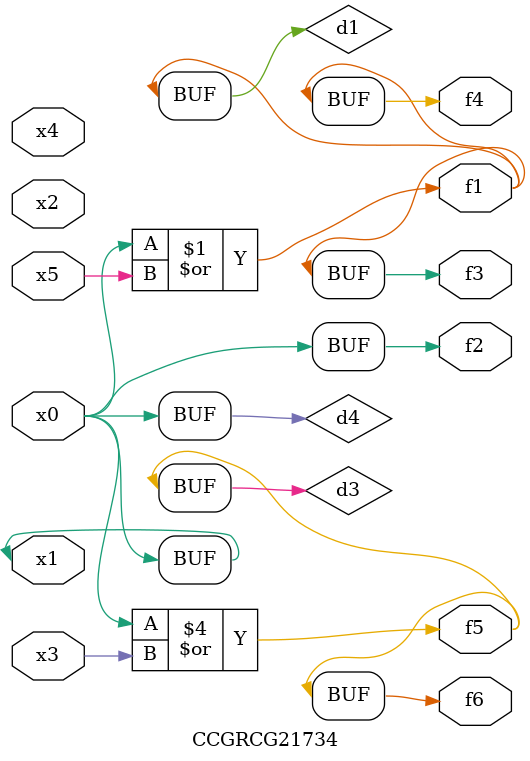
<source format=v>
module CCGRCG21734(
	input x0, x1, x2, x3, x4, x5,
	output f1, f2, f3, f4, f5, f6
);

	wire d1, d2, d3, d4;

	or (d1, x0, x5);
	xnor (d2, x1, x4);
	or (d3, x0, x3);
	buf (d4, x0, x1);
	assign f1 = d1;
	assign f2 = d4;
	assign f3 = d1;
	assign f4 = d1;
	assign f5 = d3;
	assign f6 = d3;
endmodule

</source>
